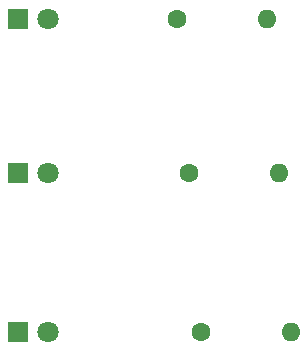
<source format=gbl>
G04 #@! TF.GenerationSoftware,KiCad,Pcbnew,9.0.1*
G04 #@! TF.CreationDate,2025-04-26T01:58:34+03:00*
G04 #@! TF.ProjectId,solder project,736f6c64-6572-4207-9072-6f6a6563742e,rev?*
G04 #@! TF.SameCoordinates,Original*
G04 #@! TF.FileFunction,Copper,L2,Bot*
G04 #@! TF.FilePolarity,Positive*
%FSLAX46Y46*%
G04 Gerber Fmt 4.6, Leading zero omitted, Abs format (unit mm)*
G04 Created by KiCad (PCBNEW 9.0.1) date 2025-04-26 01:58:34*
%MOMM*%
%LPD*%
G01*
G04 APERTURE LIST*
G04 #@! TA.AperFunction,ComponentPad*
%ADD10O,1.600000X1.600000*%
G04 #@! TD*
G04 #@! TA.AperFunction,ComponentPad*
%ADD11C,1.600000*%
G04 #@! TD*
G04 #@! TA.AperFunction,ComponentPad*
%ADD12R,1.800000X1.800000*%
G04 #@! TD*
G04 #@! TA.AperFunction,ComponentPad*
%ADD13C,1.800000*%
G04 #@! TD*
G04 APERTURE END LIST*
D10*
G04 #@! TO.P,R2,2*
G04 #@! TO.N,Net-(BT1-+)*
X107120000Y-58500000D03*
D11*
G04 #@! TO.P,R2,1*
G04 #@! TO.N,Net-(D1-A)*
X99500000Y-58500000D03*
G04 #@! TD*
G04 #@! TO.P,R3,1*
G04 #@! TO.N,Net-(D3-A)*
X101500000Y-85000000D03*
D10*
G04 #@! TO.P,R3,2*
G04 #@! TO.N,Net-(BT1-+)*
X109120000Y-85000000D03*
G04 #@! TD*
D11*
G04 #@! TO.P,R1,1*
G04 #@! TO.N,Net-(D2-A)*
X100500000Y-71500000D03*
D10*
G04 #@! TO.P,R1,2*
G04 #@! TO.N,Net-(BT1-+)*
X108120000Y-71500000D03*
G04 #@! TD*
D12*
G04 #@! TO.P,D3,1,K*
G04 #@! TO.N,Net-(BT1--)*
X86000000Y-85000000D03*
D13*
G04 #@! TO.P,D3,2,A*
G04 #@! TO.N,Net-(D3-A)*
X88540000Y-85000000D03*
G04 #@! TD*
D12*
G04 #@! TO.P,D2,1,K*
G04 #@! TO.N,Net-(BT1--)*
X86000000Y-71500000D03*
D13*
G04 #@! TO.P,D2,2,A*
G04 #@! TO.N,Net-(D2-A)*
X88540000Y-71500000D03*
G04 #@! TD*
D12*
G04 #@! TO.P,D1,1,K*
G04 #@! TO.N,Net-(BT1--)*
X86000000Y-58500000D03*
D13*
G04 #@! TO.P,D1,2,A*
G04 #@! TO.N,Net-(D1-A)*
X88540000Y-58500000D03*
G04 #@! TD*
M02*

</source>
